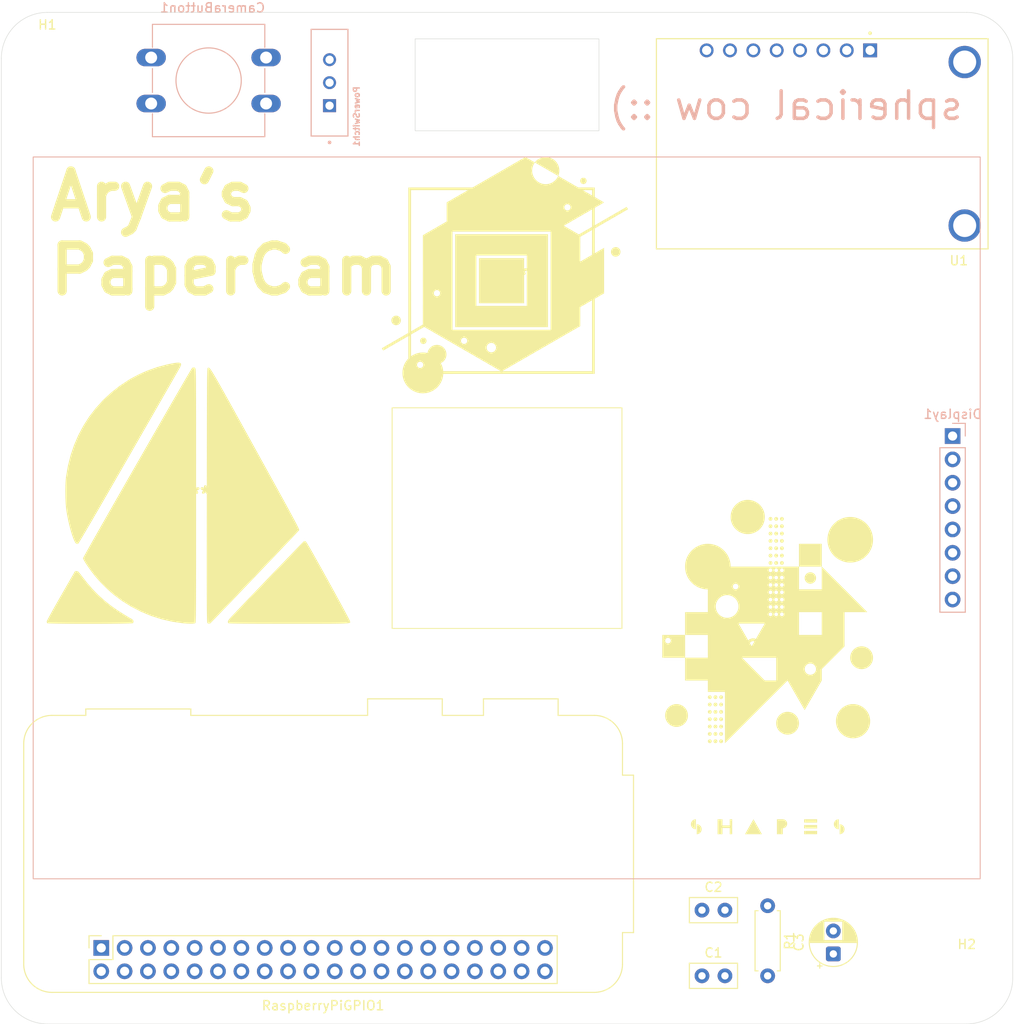
<source format=kicad_pcb>
(kicad_pcb (version 20241229) (generator "pcbnew") (generator_version "9.0")
  (layers (0 "F.Cu" signal) (2 "B.Cu" signal) (13 "F.Paste" user) (15 "B.Paste" user) (5 "F.SilkS" user "F.Silkscreen") (7 "B.SilkS" user "B.Silkscreen") (1 "F.Mask" user) (3 "B.Mask" user) (25 "Edge.Cuts" user))
  (net 0 "")
  (net 1 "+3V3")
  (net 2 "GND")
  (net 3 "+5V")
  (net 4 "Net-(CameraButton1-Pad1)")
  (net 5 "/DC")
  (net 6 "/BUSY")
  (net 7 "/CS")
  (net 8 "/CLK")
  (net 9 "/RST")
  (net 10 "/DIN")
  (net 12 "Net-(PowerSwitch1-B)")
  (footprint "Capacitor_THT:C_Disc_D5.0mm_W2.5mm_P2.50mm" (layer "F.Cu") (at 76.2 104.775)
    (property "Reference" "C1" (at 1.25 -2.5 0) (layer "F.SilkS"))
    (property "Value" "0.1u")
    (pad "1" thru_hole circle (at 0 0) (size 1.6 1.6) (drill 0.8) (layers "*.Cu" "*.Mask") (net 1 "+3V3"))
    (pad "2" thru_hole circle (at 2.5 0) (size 1.6 1.6) (drill 0.8) (layers "*.Cu" "*.Mask") (net 2 "GND"))
  )
  (footprint "LOGO" (layer "F.Cu") (at 54.76875 28.575)
    (property "Reference" "G***" (at 0 0 0) (layer "F.SilkS") (effects (font (size 1.5 1.5) (thickness 0.3))))
    (property "Value" "LOGO" (hide yes))
  )
  (footprint "LOGO" (layer "F.Cu") (at 21.43125 52.3875)
    (property "Reference" "G***" (at 0 0 0) (layer "F.SilkS") (effects (font (size 1.5 1.5) (thickness 0.3))))
    (property "Value" "LOGO" (hide yes))
  )
  (footprint "Capacitor_THT:CP_Radial_D5.0mm_P2.50mm" (layer "F.Cu") (at 90.4875 102.39375 90)
    (property "Reference" "C3" (at 1.25 -3.75 90) (layer "F.SilkS"))
    (property "Value" "220u")
    (pad "1" thru_hole roundrect (at 0 0 90) (size 1.6 1.6) (drill 0.8) (layers "*.Cu" "*.Mask") (roundrect_rratio 0.15625) (net 3 "+5V"))
    (pad "2" thru_hole circle (at 2.5 0 90) (size 1.6 1.6) (drill 0.8) (layers "*.Cu" "*.Mask") (net 2 "GND"))
  )
  (footprint "MountingHole:MountingHole_2.7mm_M2.5" (layer "F.Cu") (at 5 5)
    (property "Reference" "H1" (at 0 -3.65 0) (layer "F.SilkS"))
    (property "Value" "MountingHole")
    (pad "" np_thru_hole circle (at 0 0) (size 2.7 2.7) (drill 2.7) (layers "*.Cu" "*.Mask"))
  )
  (footprint "Resistor_THT:R_Axial_DIN0207_L6.3mm_D2.5mm_P7.62mm_Horizontal" (layer "F.Cu") (at 83.34375 97.155 -90)
    (property "Reference" "R1" (at 3.81 -2.37 90) (layer "F.SilkS"))
    (property "Value" "10k")
    (pad "1" thru_hole circle (at 0 0 270) (size 1.6 1.6) (drill 0.8) (layers "*.Cu" "*.Mask") (net 4 "Net-(CameraButton1-Pad1)"))
    (pad "2" thru_hole circle (at 7.62 0 270) (size 1.6 1.6) (drill 0.8) (layers "*.Cu" "*.Mask") (net 1 "+3V3"))
  )
  (footprint "LOGO" (layer "F.Cu") (at 83.34375 69.05625)
    (property "Reference" "G***" (at 0 0 0) (layer "F.SilkS") (effects (font (size 1.5 1.5) (thickness 0.3))))
    (property "Value" "LOGO" (hide yes))
  )
  (footprint "MountingHole:MountingHole_2.7mm_M2.5" (layer "F.Cu") (at 105 105)
    (property "Reference" "H2" (at 0 -3.65 0) (layer "F.SilkS"))
    (property "Value" "MountingHole")
    (pad "" np_thru_hole circle (at 0 0) (size 2.7 2.7) (drill 2.7) (layers "*.Cu" "*.Mask"))
  )
  (footprint "Capacitor_THT:C_Disc_D5.0mm_W2.5mm_P2.50mm" (layer "F.Cu") (at 76.2 97.63125)
    (property "Reference" "C2" (at 1.25 -2.5 0) (layer "F.SilkS"))
    (property "Value" "0.1u")
    (pad "1" thru_hole circle (at 0 0) (size 1.6 1.6) (drill 0.8) (layers "*.Cu" "*.Mask") (net 1 "+3V3"))
    (pad "2" thru_hole circle (at 2.5 0) (size 1.6 1.6) (drill 0.8) (layers "*.Cu" "*.Mask") (net 2 "GND"))
  )
  (footprint "Module:Raspberry_Pi_Zero_Socketed_THT_FaceDown_MountingHoles" (layer "F.Cu") (at 10.86375 101.7425 90)
    (property "Reference" "RaspberryPiGPIO1" (at -6.27 24.13 0) (layer "F.SilkS"))
    (property "Value" "~")
    (pad "" np_thru_hole circle (at -1.27 -4.87 180) (size 2.75 2.75) (drill 2.75) (layers "*.Cu" "*.Mask"))
    (pad "" np_thru_hole circle (at -1.27 53.13 180) (size 2.75 2.75) (drill 2.75) (layers "*.Cu" "*.Mask"))
    (pad "" np_thru_hole circle (at 21.73 -4.87 180) (size 2.75 2.75) (drill 2.75) (layers "*.Cu" "*.Mask"))
    (pad "" np_thru_hole circle (at 21.73 53.13 180) (size 2.75 2.75) (drill 2.75) (layers "*.Cu" "*.Mask"))
    (pad "1" thru_hole rect (at 0 0 90) (size 1.7 1.7) (drill 1) (layers "*.Cu" "*.Mask") (net 1 "+3V3"))
    (pad "2" thru_hole oval (at -2.54 0 90) (size 1.7 1.7) (drill 1) (layers "*.Cu" "*.Mask") (net 3 "+5V"))
    (pad "3" thru_hole oval (at 0 2.54 90) (size 1.7 1.7) (drill 1) (layers "*.Cu" "*.Mask"))
    (pad "4" thru_hole oval (at -2.54 2.54 90) (size 1.7 1.7) (drill 1) (layers "*.Cu" "*.Mask"))
    (pad "5" thru_hole oval (at 0 5.08 90) (size 1.7 1.7) (drill 1) (layers "*.Cu" "*.Mask"))
    (pad "6" thru_hole oval (at -2.54 5.08 90) (size 1.7 1.7) (drill 1) (layers "*.Cu" "*.Mask") (net 2 "GND"))
    (pad "7" thru_hole oval (at 0 7.62 90) (size 1.7 1.7) (drill 1) (layers "*.Cu" "*.Mask"))
    (pad "8" thru_hole oval (at -2.54 7.62 90) (size 1.7 1.7) (drill 1) (layers "*.Cu" "*.Mask"))
    (pad "9" thru_hole oval (at 0 10.16 90) (size 1.7 1.7) (drill 1) (layers "*.Cu" "*.Mask") (net 2 "GND"))
    (pad "10" thru_hole oval (at -2.54 10.16 90) (size 1.7 1.7) (drill 1) (layers "*.Cu" "*.Mask"))
    (pad "11" thru_hole oval (at 0 12.7 90) (size 1.7 1.7) (drill 1) (layers "*.Cu" "*.Mask") (net 4 "Net-(CameraButton1-Pad1)"))
    (pad "12" thru_hole oval (at -2.54 12.7 90) (size 1.7 1.7) (drill 1) (layers "*.Cu" "*.Mask"))
    (pad "13" thru_hole oval (at 0 15.24 90) (size 1.7 1.7) (drill 1) (layers "*.Cu" "*.Mask"))
    (pad "14" thru_hole oval (at -2.54 15.24 90) (size 1.7 1.7) (drill 1) (layers "*.Cu" "*.Mask"))
    (pad "15" thru_hole oval (at 0 17.78 90) (size 1.7 1.7) (drill 1) (layers "*.Cu" "*.Mask"))
    (pad "16" thru_hole oval (at -2.54 17.78 90) (size 1.7 1.7) (drill 1) (layers "*.Cu" "*.Mask") (net 6 "/BUSY"))
    (pad "17" thru_hole oval (at 0 20.32 90) (size 1.7 1.7) (drill 1) (layers "*.Cu" "*.Mask"))
    (pad "18" thru_hole oval (at -2.54 20.32 90) (size 1.7 1.7) (drill 1) (layers "*.Cu" "*.Mask") (net 9 "/RST"))
    (pad "19" thru_hole oval (at 0 22.86 90) (size 1.7 1.7) (drill 1) (layers "*.Cu" "*.Mask") (net 10 "/DIN"))
    (pad "20" thru_hole oval (at -2.54 22.86 90) (size 1.7 1.7) (drill 1) (layers "*.Cu" "*.Mask"))
    (pad "21" thru_hole oval (at 0 25.4 90) (size 1.7 1.7) (drill 1) (layers "*.Cu" "*.Mask"))
    (pad "22" thru_hole oval (at -2.54 25.4 90) (size 1.7 1.7) (drill 1) (layers "*.Cu" "*.Mask") (net 5 "/DC"))
    (pad "23" thru_hole oval (at 0 27.94 90) (size 1.7 1.7) (drill 1) (layers "*.Cu" "*.Mask") (net 8 "/CLK"))
    (pad "24" thru_hole oval (at -2.54 27.94 90) (size 1.7 1.7) (drill 1) (layers "*.Cu" "*.Mask") (net 7 "/CS"))
    (pad "25" thru_hole oval (at 0 30.48 90) (size 1.7 1.7) (drill 1) (layers "*.Cu" "*.Mask"))
    (pad "26" thru_hole oval (at -2.54 30.48 90) (size 1.7 1.7) (drill 1) (layers "*.Cu" "*.Mask"))
    (pad "27" thru_hole oval (at 0 33.02 90) (size 1.7 1.7) (drill 1) (layers "*.Cu" "*.Mask"))
    (pad "28" thru_hole oval (at -2.54 33.02 90) (size 1.7 1.7) (drill 1) (layers "*.Cu" "*.Mask"))
    (pad "29" thru_hole oval (at 0 35.56 90) (size 1.7 1.7) (drill 1) (layers "*.Cu" "*.Mask"))
    (pad "30" thru_hole oval (at -2.54 35.56 90) (size 1.7 1.7) (drill 1) (layers "*.Cu" "*.Mask"))
    (pad "31" thru_hole oval (at 0 38.1 90) (size 1.7 1.7) (drill 1) (layers "*.Cu" "*.Mask"))
    (pad "32" thru_hole oval (at -2.54 38.1 90) (size 1.7 1.7) (drill 1) (layers "*.Cu" "*.Mask"))
    (pad "33" thru_hole oval (at 0 40.64 90) (size 1.7 1.7) (drill 1) (layers "*.Cu" "*.Mask"))
    (pad "34" thru_hole oval (at -2.54 40.64 90) (size 1.7 1.7) (drill 1) (layers "*.Cu" "*.Mask"))
    (pad "35" thru_hole oval (at 0 43.18 90) (size 1.7 1.7) (drill 1) (layers "*.Cu" "*.Mask"))
    (pad "36" thru_hole oval (at -2.54 43.18 90) (size 1.7 1.7) (drill 1) (layers "*.Cu" "*.Mask"))
    (pad "37" thru_hole oval (at 0 45.72 90) (size 1.7 1.7) (drill 1) (layers "*.Cu" "*.Mask") (net 10 "/DIN"))
    (pad "38" thru_hole oval (at -2.54 45.72 90) (size 1.7 1.7) (drill 1) (layers "*.Cu" "*.Mask"))
    (pad "39" thru_hole oval (at 0 48.26 90) (size 1.7 1.7) (drill 1) (layers "*.Cu" "*.Mask"))
    (pad "40" thru_hole oval (at -2.54 48.26 90) (size 1.7 1.7) (drill 1) (layers "*.Cu" "*.Mask"))
  )
  (footprint "Adafruit 1000C:MODULE_2465" (layer "F.Cu") (at 89.281 14.2875 180)
    (property "Reference" "U1" (at -14.859 -12.705 0) (layer "F.SilkS"))
    (property "Value" "2465")
    (pad "1" thru_hole rect (at -5.207 10.16 180) (size 1.508 1.508) (drill 1) (layers "*.Cu" "*.Mask"))
    (pad "2" thru_hole circle (at -2.667 10.16 180) (size 1.508 1.508) (drill 1) (layers "*.Cu" "*.Mask"))
    (pad "3" thru_hole circle (at -0.127 10.16 180) (size 1.508 1.508) (drill 1) (layers "*.Cu" "*.Mask"))
    (pad "4" thru_hole circle (at 2.413 10.16 180) (size 1.508 1.508) (drill 1) (layers "*.Cu" "*.Mask") (net 12 "Net-(PowerSwitch1-B)"))
    (pad "5" thru_hole circle (at 4.953 10.16 180) (size 1.508 1.508) (drill 1) (layers "*.Cu" "*.Mask") (net 2 "GND"))
    (pad "6" thru_hole circle (at 7.493 10.16 180) (size 1.508 1.508) (drill 1) (layers "*.Cu" "*.Mask") (net 10 "/DIN"))
    (pad "7" thru_hole circle (at 10.033 10.16 180) (size 1.508 1.508) (drill 1) (layers "*.Cu" "*.Mask") (net 2 "GND"))
    (pad "8" thru_hole circle (at 12.573 10.16 180) (size 1.508 1.508) (drill 1) (layers "*.Cu" "*.Mask") (net 3 "+5V"))
    (pad "P1" thru_hole circle (at -15.494 8.89 180) (size 3.516 3.516) (drill 2.5) (layers "*.Cu" "*.Mask"))
    (pad "P2" thru_hole circle (at -15.494 -8.89 180) (size 3.516 3.516) (drill 2.5) (layers "*.Cu" "*.Mask"))
  )
  (footprint "SPDT:SW_MINI-SPDT-SW" (layer "B.Cu") (at 35.694745 7.642305 90)
    (property "Reference" "PowerSwitch1" (at -3.683 2.9464 90) (layer "B.SilkS") (effects (font (size 0.64 0.64)) (justify mirror)))
    (property "Value" "SW_SPDT")
    (pad "1" thru_hole rect (at -2.5 0 90) (size 1.408 1.408) (drill 0.9) (layers "*.Cu" "*.Mask") (net 2 "GND"))
    (pad "2" thru_hole circle (at 0 0 90) (size 1.408 1.408) (drill 0.9) (layers "*.Cu" "*.Mask") (net 12 "Net-(PowerSwitch1-B)"))
    (pad "3" thru_hole circle (at 2.5 0 90) (size 1.408 1.408) (drill 0.9) (layers "*.Cu" "*.Mask"))
  )
  (footprint "Connector_PinHeader_2.54mm:PinHeader_1x08_P2.54mm_Vertical" (layer "B.Cu") (at 103.460219 46.071437 180)
    (property "Reference" "Display1" (at 0 2.38 0) (layer "B.SilkS") (effects (justify mirror)))
    (property "Value" "Conn_01x08")
    (pad "1" thru_hole rect (at 0 0 180) (size 1.7 1.7) (drill 1) (layers "*.Cu" "*.Mask") (net 3 "+5V"))
    (pad "2" thru_hole circle (at 0 -2.54 180) (size 1.7 1.7) (drill 1) (layers "*.Cu" "*.Mask") (net 2 "GND"))
    (pad "3" thru_hole circle (at 0 -5.08 180) (size 1.7 1.7) (drill 1) (layers "*.Cu" "*.Mask") (net 10 "/DIN"))
    (pad "4" thru_hole circle (at 0 -7.62 180) (size 1.7 1.7) (drill 1) (layers "*.Cu" "*.Mask") (net 8 "/CLK"))
    (pad "5" thru_hole circle (at 0 -10.16 180) (size 1.7 1.7) (drill 1) (layers "*.Cu" "*.Mask") (net 7 "/CS"))
    (pad "6" thru_hole circle (at 0 -12.7 180) (size 1.7 1.7) (drill 1) (layers "*.Cu" "*.Mask") (net 5 "/DC"))
    (pad "7" thru_hole circle (at 0 -15.24 180) (size 1.7 1.7) (drill 1) (layers "*.Cu" "*.Mask") (net 9 "/RST"))
    (pad "8" thru_hole circle (at 0 -17.78 180) (size 1.7 1.7) (drill 1) (layers "*.Cu" "*.Mask") (net 6 "/BUSY"))
  )
  (footprint "Button_Switch_THT:SW_PUSH-12mm" (layer "B.Cu") (at 28.791828 4.90887 180)
    (property "Reference" "CameraButton1" (at 5.83 5.41 0) (layer "B.SilkS") (effects (justify mirror)))
    (property "Value" "SW_Push")
    (pad "1" thru_hole oval (at 0 0 180) (size 3.2 1.9) (drill 1.3) (layers "*.Cu" "*.Mask") (net 4 "Net-(CameraButton1-Pad1)"))
    (pad "1" thru_hole oval (at 12.5 0 180) (size 3.2 1.9) (drill 1.3) (layers "*.Cu" "*.Mask") (net 4 "Net-(CameraButton1-Pad1)"))
    (pad "2" thru_hole oval (at 0 -5 180) (size 3.2 1.9) (drill 1.3) (layers "*.Cu" "*.Mask") (net 2 "GND"))
    (pad "2" thru_hole oval (at 12.5 -5 180) (size 3.2 1.9) (drill 1.3) (layers "*.Cu" "*.Mask") (net 2 "GND"))
  )
  (gr_rect (start 42.5 43) (end 67.5 67) (stroke (width 0.1)) (fill no) (layer "F.SilkS"))
  (gr_rect (start 3.460219 15.721437) (end 106.460219 94.221437) (stroke (width 0.1)) (fill no) (layer "B.SilkS"))
  (gr_line (start 0 105) (end 0 5) (stroke (width 0.05)) (layer "Edge.Cuts"))
  (gr_line (start 105 110) (end 5 110) (stroke (width 0.05)) (layer "Edge.Cuts"))
  (gr_arc (start 105 0) (mid 108.535534 1.464466) (end 110 5) (stroke (width 0.05)) (layer "Edge.Cuts"))
  (gr_arc (start 5 110) (mid 1.464466 108.535534) (end 0 105) (stroke (width 0.05)) (layer "Edge.Cuts"))
  (gr_line (start 110 5) (end 110 105) (stroke (width 0.05)) (layer "Edge.Cuts"))
  (gr_arc (start 0 5) (mid 1.464466 1.464466) (end 5 0) (stroke (width 0.05)) (layer "Edge.Cuts"))
  (gr_line (start 5 0) (end 105 0) (stroke (width 0.05)) (layer "Edge.Cuts"))
  (gr_rect (start 45 2.875) (end 65 12.875) (stroke (width 0.05)) (fill no) (layer "Edge.Cuts"))
  (gr_arc (start 110 105) (mid 108.535534 108.535534) (end 105 110) (stroke (width 0.05)) (layer "Edge.Cuts"))
  (gr_text "Arya's\nPaperCam\n" (at 4.7625 30.95625 0) (layer "F.SilkS") (effects (font (size 5 5) (thickness 1) (bold yes)) (justify left bottom)))
  (gr_text "spherical cow ::)" (at 104.775 11.90625 0) (layer "B.SilkS") (effects (font (size 3 3) (thickness 0.375)) (justify left bottom mirror)))
)
</source>
